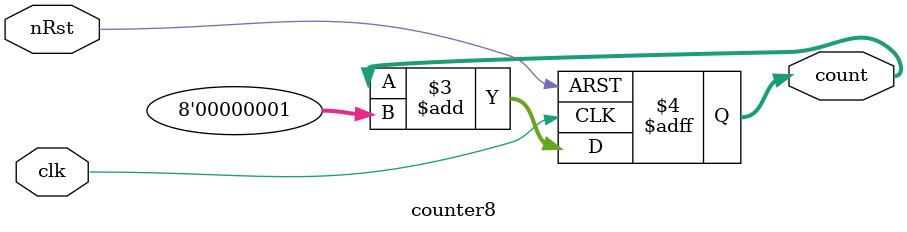
<source format=v>
`timescale 1ns/1ps
module counter8(
	input				      clk,
	input				      nRst,
	output   reg   [7:0] count
);
	
   always@(posedge clk or negedge nRst) begin
		if(!nRst) begin
         count    <= 8'h00;	
		end else begin
         count <= count + 8'h01;
		end
	end
endmodule

</source>
